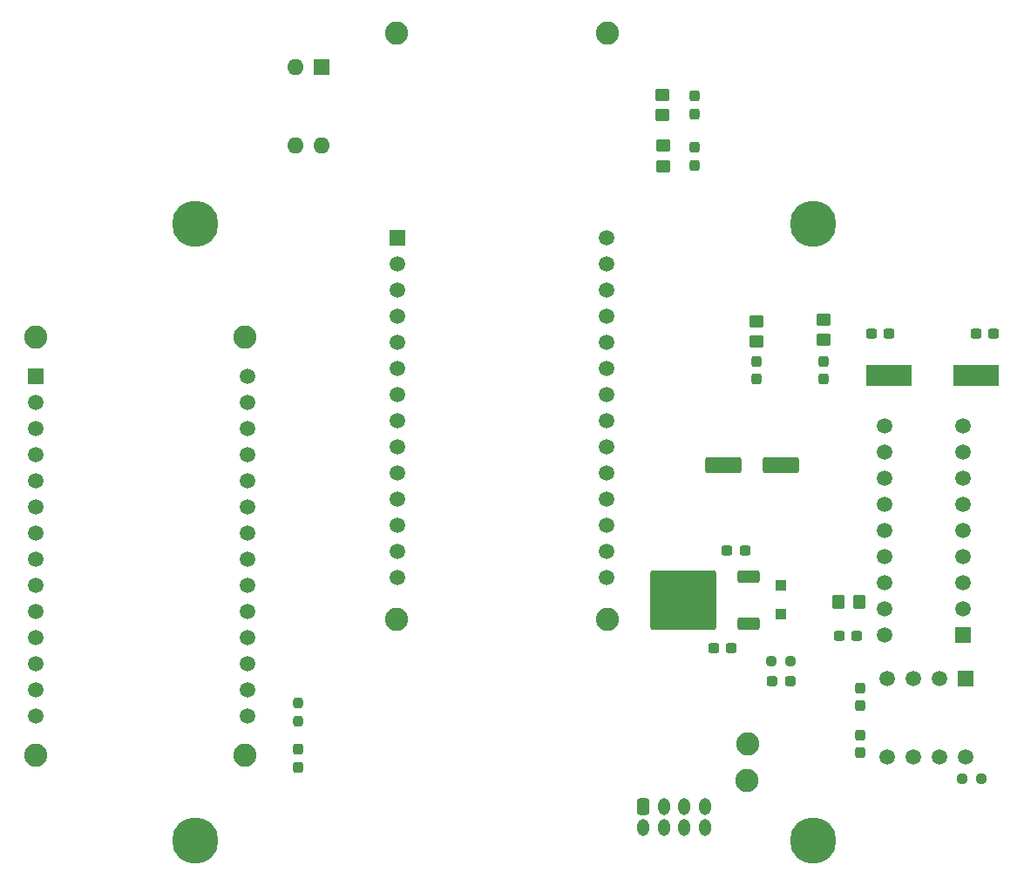
<source format=gbr>
%TF.GenerationSoftware,KiCad,Pcbnew,7.0.1-0*%
%TF.CreationDate,2023-05-25T18:21:21+09:00*%
%TF.ProjectId,SystemData,53797374-656d-4446-9174-612e6b696361,rev?*%
%TF.SameCoordinates,Original*%
%TF.FileFunction,Soldermask,Top*%
%TF.FilePolarity,Negative*%
%FSLAX46Y46*%
G04 Gerber Fmt 4.6, Leading zero omitted, Abs format (unit mm)*
G04 Created by KiCad (PCBNEW 7.0.1-0) date 2023-05-25 18:21:21*
%MOMM*%
%LPD*%
G01*
G04 APERTURE LIST*
G04 Aperture macros list*
%AMRoundRect*
0 Rectangle with rounded corners*
0 $1 Rounding radius*
0 $2 $3 $4 $5 $6 $7 $8 $9 X,Y pos of 4 corners*
0 Add a 4 corners polygon primitive as box body*
4,1,4,$2,$3,$4,$5,$6,$7,$8,$9,$2,$3,0*
0 Add four circle primitives for the rounded corners*
1,1,$1+$1,$2,$3*
1,1,$1+$1,$4,$5*
1,1,$1+$1,$6,$7*
1,1,$1+$1,$8,$9*
0 Add four rect primitives between the rounded corners*
20,1,$1+$1,$2,$3,$4,$5,0*
20,1,$1+$1,$4,$5,$6,$7,0*
20,1,$1+$1,$6,$7,$8,$9,0*
20,1,$1+$1,$8,$9,$2,$3,0*%
G04 Aperture macros list end*
%ADD10C,4.500000*%
%ADD11C,2.250000*%
%ADD12RoundRect,0.250000X0.850000X0.350000X-0.850000X0.350000X-0.850000X-0.350000X0.850000X-0.350000X0*%
%ADD13RoundRect,0.249997X2.950003X2.650003X-2.950003X2.650003X-2.950003X-2.650003X2.950003X-2.650003X0*%
%ADD14RoundRect,0.237500X0.300000X0.237500X-0.300000X0.237500X-0.300000X-0.237500X0.300000X-0.237500X0*%
%ADD15RoundRect,0.237500X-0.237500X0.287500X-0.237500X-0.287500X0.237500X-0.287500X0.237500X0.287500X0*%
%ADD16RoundRect,0.237500X-0.237500X0.250000X-0.237500X-0.250000X0.237500X-0.250000X0.237500X0.250000X0*%
%ADD17RoundRect,0.237500X0.237500X-0.300000X0.237500X0.300000X-0.237500X0.300000X-0.237500X-0.300000X0*%
%ADD18RoundRect,0.237500X-0.300000X-0.237500X0.300000X-0.237500X0.300000X0.237500X-0.300000X0.237500X0*%
%ADD19RoundRect,0.237500X0.237500X-0.287500X0.237500X0.287500X-0.237500X0.287500X-0.237500X-0.287500X0*%
%ADD20R,1.500000X1.500000*%
%ADD21C,1.500000*%
%ADD22RoundRect,0.250000X0.300000X-0.300000X0.300000X0.300000X-0.300000X0.300000X-0.300000X-0.300000X0*%
%ADD23R,1.508000X1.508000*%
%ADD24C,1.508000*%
%ADD25RoundRect,0.250000X-0.450000X0.350000X-0.450000X-0.350000X0.450000X-0.350000X0.450000X0.350000X0*%
%ADD26RoundRect,0.250000X-1.500000X-0.550000X1.500000X-0.550000X1.500000X0.550000X-1.500000X0.550000X0*%
%ADD27RoundRect,0.237500X-0.250000X-0.237500X0.250000X-0.237500X0.250000X0.237500X-0.250000X0.237500X0*%
%ADD28RoundRect,0.237500X0.287500X0.237500X-0.287500X0.237500X-0.287500X-0.237500X0.287500X-0.237500X0*%
%ADD29RoundRect,0.250000X-0.350000X-0.450000X0.350000X-0.450000X0.350000X0.450000X-0.350000X0.450000X0*%
%ADD30RoundRect,0.250000X-0.350000X-0.560000X0.350000X-0.560000X0.350000X0.560000X-0.350000X0.560000X0*%
%ADD31O,1.200000X1.650000*%
%ADD32R,4.500000X2.000000*%
%ADD33RoundRect,0.237500X0.250000X0.237500X-0.250000X0.237500X-0.250000X-0.237500X0.250000X-0.237500X0*%
%ADD34R,1.600000X1.600000*%
%ADD35O,1.600000X1.600000*%
G04 APERTURE END LIST*
D10*
%TO.C,REF\u002A\u002A*%
X178500000Y-75000000D03*
%TD*%
D11*
%TO.C,TP2*%
X172122000Y-125573432D03*
%TD*%
D12*
%TO.C,U3*%
X172200000Y-113879432D03*
D13*
X165900000Y-111599432D03*
D12*
X172200000Y-109319432D03*
%TD*%
D14*
%TO.C,C2*%
X182722500Y-115100200D03*
X180997500Y-115100200D03*
%TD*%
D15*
%TO.C,D6*%
X166977500Y-62612700D03*
X166977500Y-64362700D03*
%TD*%
D16*
%TO.C,R8*%
X128500000Y-121587500D03*
X128500000Y-123412500D03*
%TD*%
D14*
%TO.C,C7*%
X171862500Y-106799432D03*
X170137500Y-106799432D03*
%TD*%
D17*
%TO.C,C5*%
X183044000Y-121890432D03*
X183044000Y-120165432D03*
%TD*%
D18*
%TO.C,C8*%
X184179500Y-85695432D03*
X185904500Y-85695432D03*
%TD*%
D19*
%TO.C,D7*%
X128500000Y-127875000D03*
X128500000Y-126125000D03*
%TD*%
D20*
%TO.C,U1*%
X193277500Y-119200200D03*
D21*
X190737500Y-119200200D03*
X188197500Y-119200200D03*
X185657500Y-119200200D03*
X185657500Y-126820200D03*
X188197500Y-126820200D03*
X190737500Y-126820200D03*
X193277500Y-126820200D03*
%TD*%
D22*
%TO.C,D2*%
X175400000Y-112999432D03*
X175400000Y-110199432D03*
%TD*%
D11*
%TO.C,U5*%
X103000000Y-86030000D03*
X103000000Y-126670000D03*
X123320000Y-86030000D03*
X123320000Y-126670000D03*
D23*
X103000000Y-89840000D03*
D24*
X103000000Y-92380000D03*
X103000000Y-94920000D03*
X103000000Y-97460000D03*
X103000000Y-100000000D03*
X103000000Y-102540000D03*
X103000000Y-105080000D03*
X103000000Y-107620000D03*
X103000000Y-110160000D03*
X103000000Y-112700000D03*
X103000000Y-115240000D03*
X103000000Y-117780000D03*
X103000000Y-120320000D03*
X103000000Y-122860000D03*
X123520000Y-122860000D03*
X123520000Y-120320000D03*
X123520000Y-117780000D03*
X123520000Y-115240000D03*
X123520000Y-112700000D03*
X123520000Y-110160000D03*
X123520000Y-107620000D03*
X123520000Y-105080000D03*
X123520000Y-102540000D03*
X123520000Y-100000000D03*
X123520000Y-97460000D03*
X123520000Y-94920000D03*
X123520000Y-92380000D03*
X123520000Y-89840000D03*
%TD*%
D25*
%TO.C,R6*%
X163977500Y-67412700D03*
X163977500Y-69412700D03*
%TD*%
D10*
%TO.C,REF\u002A\u002A*%
X118500000Y-135000000D03*
%TD*%
D25*
%TO.C,R4*%
X172977500Y-84500200D03*
X172977500Y-86500200D03*
%TD*%
D11*
%TO.C,U4*%
X158512500Y-56475000D03*
X138012500Y-56475000D03*
X158512500Y-113475000D03*
X138012500Y-113475000D03*
D23*
X138102500Y-76359800D03*
D24*
X138102500Y-78899800D03*
X138102500Y-81439800D03*
X138102500Y-83979800D03*
X138102500Y-86519800D03*
X138102500Y-89059800D03*
X138102500Y-91599800D03*
X138102500Y-94139800D03*
X138102500Y-96679800D03*
X138102500Y-99219800D03*
X138102500Y-101759800D03*
X138102500Y-104299800D03*
X138102500Y-106839800D03*
X138102500Y-109379800D03*
X158422500Y-109379800D03*
X158422500Y-106839800D03*
X158422500Y-104299800D03*
X158422500Y-101759800D03*
X158422500Y-99219800D03*
X158422500Y-96679800D03*
X158422500Y-94139800D03*
X158422500Y-91599800D03*
X158422500Y-89059800D03*
X158422500Y-86519800D03*
X158422500Y-83979800D03*
X158422500Y-81439800D03*
X158422500Y-78899800D03*
X158422500Y-76359800D03*
%TD*%
D26*
%TO.C,C6*%
X169800000Y-98499432D03*
X175400000Y-98499432D03*
%TD*%
D10*
%TO.C,REF\u002A\u002A*%
X178500000Y-135000000D03*
%TD*%
D19*
%TO.C,D3*%
X172977500Y-90125200D03*
X172977500Y-88375200D03*
%TD*%
D27*
%TO.C,R1*%
X192987500Y-129000000D03*
X194812500Y-129000000D03*
%TD*%
D17*
%TO.C,C4*%
X183044000Y-126462700D03*
X183044000Y-124737700D03*
%TD*%
D14*
%TO.C,C1*%
X196064500Y-85695432D03*
X194339500Y-85695432D03*
%TD*%
%TO.C,C3*%
X170562500Y-116299432D03*
X168837500Y-116299432D03*
%TD*%
D10*
%TO.C,REF\u002A\u002A*%
X118500000Y-75000000D03*
%TD*%
D15*
%TO.C,D5*%
X166977500Y-67625200D03*
X166977500Y-69375200D03*
%TD*%
D11*
%TO.C,TP1*%
X172100000Y-129129432D03*
%TD*%
D28*
%TO.C,D1*%
X176265000Y-119500200D03*
X174515000Y-119500200D03*
%TD*%
D29*
%TO.C,R3*%
X180985000Y-111790200D03*
X182985000Y-111790200D03*
%TD*%
D30*
%TO.C,J1*%
X162000000Y-131690000D03*
D31*
X162000000Y-133690000D03*
X164000000Y-131690000D03*
X164000000Y-133690000D03*
X166000000Y-131690000D03*
X166000000Y-133690000D03*
X168000000Y-131690000D03*
X168000000Y-133690000D03*
%TD*%
D25*
%TO.C,R7*%
X163890000Y-62487700D03*
X163890000Y-64487700D03*
%TD*%
D20*
%TO.C,U2*%
X193097500Y-115040200D03*
D21*
X193097500Y-112500200D03*
X193097500Y-109960200D03*
X193097500Y-107420200D03*
X193097500Y-104880200D03*
X193097500Y-102340200D03*
X193097500Y-99800200D03*
X193097500Y-97260200D03*
X193097500Y-94720200D03*
X185477500Y-94720200D03*
X185477500Y-97260200D03*
X185477500Y-99800200D03*
X185477500Y-102340200D03*
X185477500Y-104880200D03*
X185477500Y-107420200D03*
X185477500Y-109960200D03*
X185477500Y-112500200D03*
X185477500Y-115040200D03*
%TD*%
D32*
%TO.C,Y1*%
X185872000Y-89759432D03*
X194372000Y-89759432D03*
%TD*%
D33*
%TO.C,R2*%
X176302500Y-117500200D03*
X174477500Y-117500200D03*
%TD*%
D34*
%TO.C,SW1*%
X130750000Y-59774432D03*
D35*
X128210000Y-59774432D03*
X128210000Y-67394432D03*
X130750000Y-67394432D03*
%TD*%
D19*
%TO.C,D4*%
X179477500Y-90125200D03*
X179477500Y-88375200D03*
%TD*%
D25*
%TO.C,R5*%
X179477500Y-84337700D03*
X179477500Y-86337700D03*
%TD*%
M02*

</source>
